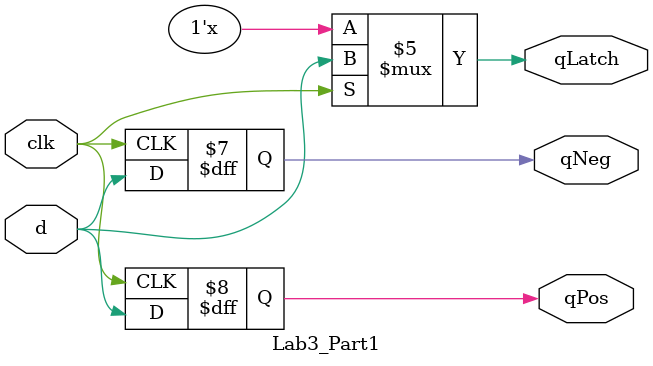
<source format=v>

module Lab3_Part1 (
    input wire clk,
    input wire d,
    output reg qLatch,
    output reg qPos,
    output reg qNeg
);

always @ (clk or d)
begin
    if (clk)
        qLatch = d;
end

always @ (posedge clk)
begin
    qPos <= d;
end

always @ (negedge clk)
begin
    qNeg <= d;
end

endmodule

</source>
